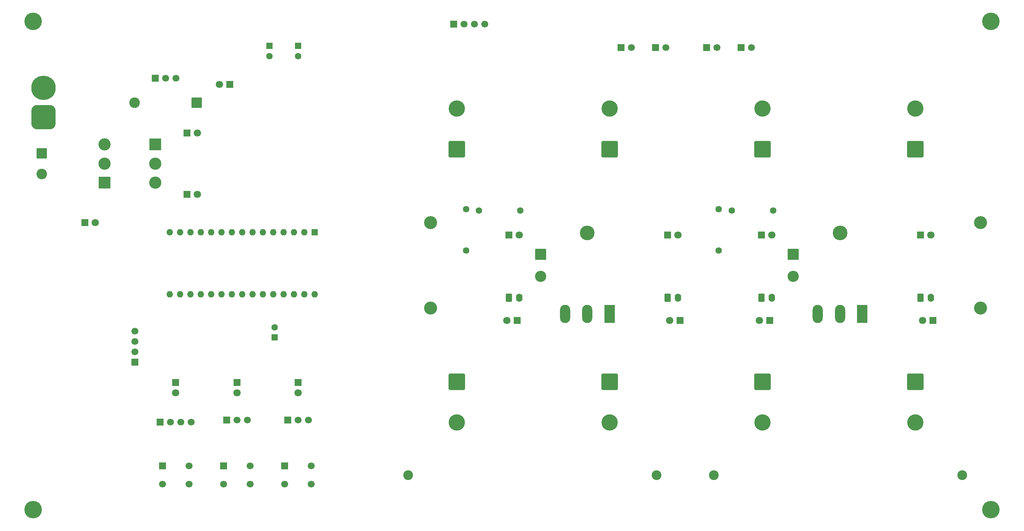
<source format=gbs>
%TF.GenerationSoftware,KiCad,Pcbnew,9.0.3*%
%TF.CreationDate,2025-11-21T22:03:05+01:00*%
%TF.ProjectId,Gaus-Beschleuniger,47617573-2d42-4657-9363-686c65756e69,v1.0.0*%
%TF.SameCoordinates,Original*%
%TF.FileFunction,Soldermask,Bot*%
%TF.FilePolarity,Negative*%
%FSLAX46Y46*%
G04 Gerber Fmt 4.6, Leading zero omitted, Abs format (unit mm)*
G04 Created by KiCad (PCBNEW 9.0.3) date 2025-11-21 22:03:05*
%MOMM*%
%LPD*%
G01*
G04 APERTURE LIST*
G04 Aperture macros list*
%AMRoundRect*
0 Rectangle with rounded corners*
0 $1 Rounding radius*
0 $2 $3 $4 $5 $6 $7 $8 $9 X,Y pos of 4 corners*
0 Add a 4 corners polygon primitive as box body*
4,1,4,$2,$3,$4,$5,$6,$7,$8,$9,$2,$3,0*
0 Add four circle primitives for the rounded corners*
1,1,$1+$1,$2,$3*
1,1,$1+$1,$4,$5*
1,1,$1+$1,$6,$7*
1,1,$1+$1,$8,$9*
0 Add four rect primitives between the rounded corners*
20,1,$1+$1,$2,$3,$4,$5,0*
20,1,$1+$1,$4,$5,$6,$7,0*
20,1,$1+$1,$6,$7,$8,$9,0*
20,1,$1+$1,$8,$9,$2,$3,0*%
G04 Aperture macros list end*
%ADD10C,3.200000*%
%ADD11RoundRect,0.250000X1.050000X1.050000X-1.050000X1.050000X-1.050000X-1.050000X1.050000X-1.050000X0*%
%ADD12C,2.600000*%
%ADD13RoundRect,0.249600X0.550400X-0.750400X0.550400X0.750400X-0.550400X0.750400X-0.550400X-0.750400X0*%
%ADD14O,1.600000X2.000000*%
%ADD15C,1.600000*%
%ADD16RoundRect,0.250000X-0.550000X0.550000X-0.550000X-0.550000X0.550000X-0.550000X0.550000X0.550000X0*%
%ADD17C,4.300000*%
%ADD18C,2.400000*%
%ADD19RoundRect,0.250000X-1.125000X1.125000X-1.125000X-1.125000X1.125000X-1.125000X1.125000X1.125000X0*%
%ADD20C,2.750000*%
%ADD21R,1.800000X1.800000*%
%ADD22C,1.800000*%
%ADD23R,1.700000X1.700000*%
%ADD24C,1.700000*%
%ADD25RoundRect,0.250000X0.550000X-0.550000X0.550000X0.550000X-0.550000X0.550000X-0.550000X-0.550000X0*%
%ADD26R,3.000000X3.000000*%
%ADD27C,3.000000*%
%ADD28RoundRect,0.250000X-1.050000X1.050000X-1.050000X-1.050000X1.050000X-1.050000X1.050000X1.050000X0*%
%ADD29R,1.600000X1.600000*%
%ADD30O,1.600000X1.600000*%
%ADD31RoundRect,0.250000X-1.750000X1.750000X-1.750000X-1.750000X1.750000X-1.750000X1.750000X1.750000X0*%
%ADD32C,4.000000*%
%ADD33RoundRect,0.250000X1.750000X-1.750000X1.750000X1.750000X-1.750000X1.750000X-1.750000X-1.750000X0*%
%ADD34C,6.000000*%
%ADD35RoundRect,1.500000X1.500000X-1.500000X1.500000X1.500000X-1.500000X1.500000X-1.500000X-1.500000X0*%
%ADD36C,3.600000*%
%ADD37R,2.500000X4.500000*%
%ADD38O,2.500000X4.500000*%
G04 APERTURE END LIST*
D10*
%TO.C,H8*%
X287500000Y-160500000D03*
%TD*%
D11*
%TO.C,D18*%
X95120000Y-110000000D03*
D12*
X79880000Y-110000000D03*
%TD*%
D13*
%TO.C,Q6*%
X272730000Y-157935000D03*
D14*
X275270000Y-157935000D03*
%TD*%
D15*
%TO.C,R4*%
X161250000Y-136170000D03*
X161250000Y-146330000D03*
%TD*%
D16*
%TO.C,C24*%
X120000000Y-96067621D03*
D15*
X120000000Y-98567621D03*
%TD*%
D17*
%TO.C,H1*%
X55000000Y-90000000D03*
%TD*%
D18*
%TO.C,R23*%
X282980000Y-201500000D03*
X222020000Y-201500000D03*
%TD*%
D19*
%TO.C,J1*%
X179500000Y-147300000D03*
D20*
X179500000Y-152700000D03*
%TD*%
D21*
%TO.C,D10*%
X233730000Y-142500000D03*
D22*
X236270000Y-142500000D03*
%TD*%
D15*
%TO.C,R18*%
X236580000Y-136500000D03*
X226420000Y-136500000D03*
%TD*%
D23*
%TO.C,SW6*%
X116750000Y-199250000D03*
D24*
X123250000Y-199250000D03*
X116750000Y-203750000D03*
X123250000Y-203750000D03*
%TD*%
D15*
%TO.C,R19*%
X223250000Y-136170000D03*
X223250000Y-146330000D03*
%TD*%
D10*
%TO.C,H5*%
X152500000Y-139500000D03*
%TD*%
D21*
%TO.C,D20*%
X90000000Y-178725000D03*
D22*
X90000000Y-181265000D03*
%TD*%
D15*
%TO.C,R9*%
X174580000Y-136500000D03*
X164420000Y-136500000D03*
%TD*%
D25*
%TO.C,C25*%
X114250000Y-167682380D03*
D15*
X114250000Y-165182380D03*
%TD*%
D23*
%TO.C,J5*%
X228725000Y-96500000D03*
D24*
X231265000Y-96500000D03*
%TD*%
D26*
%TO.C,SW2*%
X72500000Y-129700000D03*
D27*
X72500000Y-125000000D03*
X72500000Y-120300000D03*
%TD*%
D28*
%TO.C,J7*%
X57077500Y-122455000D03*
D12*
X57077500Y-127535000D03*
%TD*%
D21*
%TO.C,D7*%
X171730000Y-142500000D03*
D22*
X174270000Y-142500000D03*
%TD*%
D29*
%TO.C,A1*%
X124050000Y-141890000D03*
D30*
X121510000Y-141890000D03*
X118970000Y-141890000D03*
X116430000Y-141890000D03*
X113890000Y-141890000D03*
X111350000Y-141890000D03*
X108810000Y-141890000D03*
X106270000Y-141890000D03*
X103730000Y-141890000D03*
X101190000Y-141890000D03*
X98650000Y-141890000D03*
X96110000Y-141890000D03*
X93570000Y-141890000D03*
X91030000Y-141890000D03*
X88490000Y-141890000D03*
X88490000Y-157130000D03*
X91030000Y-157130000D03*
X93570000Y-157130000D03*
X96110000Y-157130000D03*
X98650000Y-157130000D03*
X101190000Y-157130000D03*
X103730000Y-157130000D03*
X106270000Y-157130000D03*
X108810000Y-157130000D03*
X111350000Y-157130000D03*
X113890000Y-157130000D03*
X116430000Y-157130000D03*
X118970000Y-157130000D03*
X121510000Y-157130000D03*
X124050000Y-157130000D03*
%TD*%
D21*
%TO.C,D19*%
X92725000Y-117500000D03*
D22*
X95265000Y-117500000D03*
%TD*%
D10*
%TO.C,H6*%
X152500000Y-160500000D03*
%TD*%
D23*
%TO.C,SW5*%
X101750000Y-199250000D03*
D24*
X108250000Y-199250000D03*
X101750000Y-203750000D03*
X108250000Y-203750000D03*
%TD*%
D21*
%TO.C,D9*%
X213775000Y-163500000D03*
D22*
X211235000Y-163500000D03*
%TD*%
D23*
%TO.C,J4*%
X220225000Y-96500000D03*
D24*
X222765000Y-96500000D03*
%TD*%
D21*
%TO.C,D21*%
X105000000Y-178725000D03*
D22*
X105000000Y-181265000D03*
%TD*%
D23*
%TO.C,J2*%
X207725000Y-96500000D03*
D24*
X210265000Y-96500000D03*
%TD*%
D21*
%TO.C,D3*%
X103275000Y-105500000D03*
D22*
X100735000Y-105500000D03*
%TD*%
D21*
%TO.C,D11*%
X235775000Y-163500000D03*
D22*
X233235000Y-163500000D03*
%TD*%
D13*
%TO.C,Q4*%
X210730000Y-157935000D03*
D14*
X213270000Y-157935000D03*
%TD*%
D17*
%TO.C,H3*%
X290000000Y-90000000D03*
%TD*%
D23*
%TO.C,J10*%
X86190000Y-188500000D03*
D24*
X88730000Y-188500000D03*
X91270000Y-188500000D03*
X93810000Y-188500000D03*
%TD*%
D23*
%TO.C,J3*%
X199225000Y-96500000D03*
D24*
X201765000Y-96500000D03*
%TD*%
D23*
%TO.C,J11*%
X102460000Y-188000000D03*
D24*
X105000000Y-188000000D03*
X107540000Y-188000000D03*
%TD*%
D13*
%TO.C,Q3*%
X171730000Y-157935000D03*
D14*
X174270000Y-157935000D03*
%TD*%
D23*
%TO.C,SW4*%
X86750000Y-199250000D03*
D24*
X93250000Y-199250000D03*
X86750000Y-203750000D03*
X93250000Y-203750000D03*
%TD*%
D10*
%TO.C,H7*%
X287500000Y-139500000D03*
%TD*%
D16*
%TO.C,C23*%
X113000000Y-96067620D03*
D15*
X113000000Y-98567620D03*
%TD*%
D21*
%TO.C,D22*%
X120000000Y-178725000D03*
D22*
X120000000Y-181265000D03*
%TD*%
D17*
%TO.C,H4*%
X290000000Y-210000000D03*
%TD*%
D23*
%TO.C,J9*%
X84960000Y-104000000D03*
D24*
X87500000Y-104000000D03*
X90040000Y-104000000D03*
%TD*%
D21*
%TO.C,D2*%
X67725000Y-139500000D03*
D22*
X70265000Y-139500000D03*
%TD*%
D17*
%TO.C,H2*%
X55000000Y-210000000D03*
%TD*%
D23*
%TO.C,J12*%
X79975000Y-173800000D03*
D24*
X79975000Y-171260000D03*
X79975000Y-168720000D03*
X79975000Y-166180000D03*
%TD*%
D23*
%TO.C,J13*%
X117460000Y-188000000D03*
D24*
X120000000Y-188000000D03*
X122540000Y-188000000D03*
%TD*%
D21*
%TO.C,D8*%
X210730000Y-142500000D03*
D22*
X213270000Y-142500000D03*
%TD*%
D13*
%TO.C,Q5*%
X233730000Y-157935000D03*
D14*
X236270000Y-157935000D03*
%TD*%
D23*
%TO.C,J8*%
X158190000Y-90750000D03*
D24*
X160730000Y-90750000D03*
X163270000Y-90750000D03*
X165810000Y-90750000D03*
%TD*%
D21*
%TO.C,D17*%
X92725000Y-132500000D03*
D22*
X95265000Y-132500000D03*
%TD*%
D26*
%TO.C,SW1*%
X85000000Y-120300000D03*
D27*
X85000000Y-125000000D03*
X85000000Y-129700000D03*
%TD*%
D21*
%TO.C,D6*%
X173775000Y-163500000D03*
D22*
X171235000Y-163500000D03*
%TD*%
D19*
%TO.C,J6*%
X241500000Y-147300000D03*
D20*
X241500000Y-152700000D03*
%TD*%
D18*
%TO.C,R8*%
X147020000Y-201500000D03*
X207980000Y-201500000D03*
%TD*%
D21*
%TO.C,D13*%
X275775000Y-163500000D03*
D22*
X273235000Y-163500000D03*
%TD*%
D21*
%TO.C,D12*%
X272730000Y-142500000D03*
D22*
X275270000Y-142500000D03*
%TD*%
D31*
%TO.C,C2*%
X196500000Y-178569501D03*
D32*
X196500000Y-188569501D03*
%TD*%
D33*
%TO.C,C3*%
X159000000Y-121430499D03*
D32*
X159000000Y-111430499D03*
%TD*%
D31*
%TO.C,C6*%
X271500000Y-178569501D03*
D32*
X271500000Y-188569501D03*
%TD*%
D33*
%TO.C,C7*%
X234000000Y-121430499D03*
D32*
X234000000Y-111430499D03*
%TD*%
D34*
%TO.C,BT1*%
X57500000Y-106400000D03*
D35*
X57500000Y-113600000D03*
%TD*%
D36*
%TO.C,D15*%
X253000000Y-142030000D03*
D37*
X258450000Y-161890000D03*
D38*
X253000000Y-161890000D03*
X247550000Y-161890000D03*
%TD*%
D33*
%TO.C,C5*%
X271500000Y-121430499D03*
D32*
X271500000Y-111430499D03*
%TD*%
D31*
%TO.C,C4*%
X159000000Y-178569501D03*
D32*
X159000000Y-188569501D03*
%TD*%
D31*
%TO.C,C8*%
X234000000Y-178569501D03*
D32*
X234000000Y-188569501D03*
%TD*%
D36*
%TO.C,D4*%
X191000000Y-142030000D03*
D37*
X196450000Y-161890000D03*
D38*
X191000000Y-161890000D03*
X185550000Y-161890000D03*
%TD*%
D33*
%TO.C,C1*%
X196500000Y-121430499D03*
D32*
X196500000Y-111430499D03*
%TD*%
M02*

</source>
